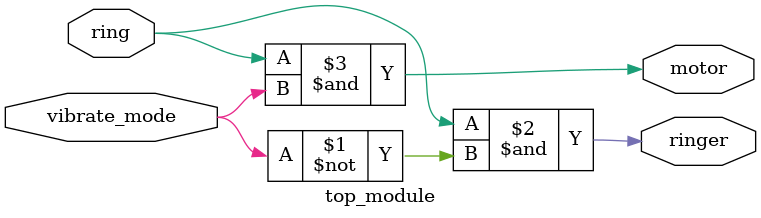
<source format=sv>
module top_module(
    input ring,
    input vibrate_mode,
    output ringer,
    output motor
);

    // Assign statement to control the ringer output
    assign ringer = ring & ~vibrate_mode;

    // Assign statement to control the motor output
    assign motor = ring & vibrate_mode;

endmodule

</source>
